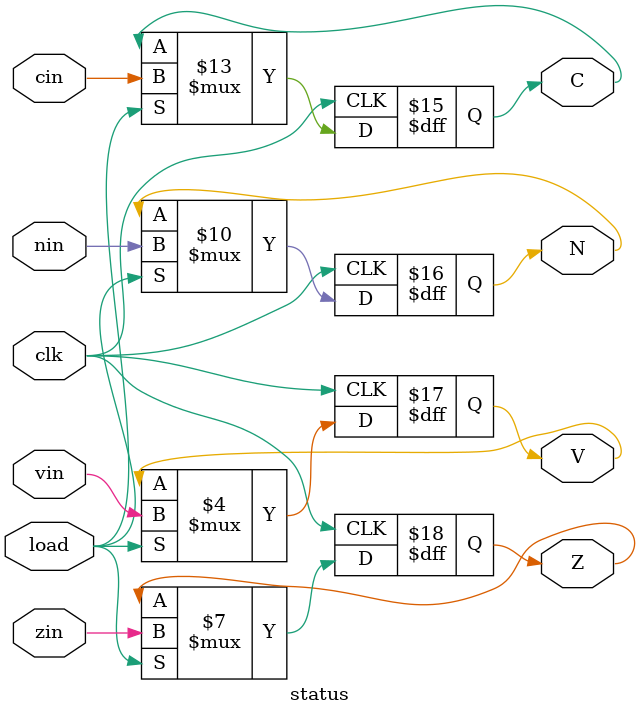
<source format=v>
`timescale 1ns / 1ps
module status(
    output reg C,
    output reg N,
    output reg Z,
    output reg V,
    input clk,
    input load,
    input cin,
    input nin,
    input zin,
    input vin
    );

always @ (posedge clk) begin
  if (load == 1) begin
    C <= cin;
	 N <= nin;
	 Z <= zin;
	 V <= vin;
  end else begin
    C <= C;
	 N <= N;
	 Z <= Z;
	 V <= V;
  end
end

endmodule

</source>
